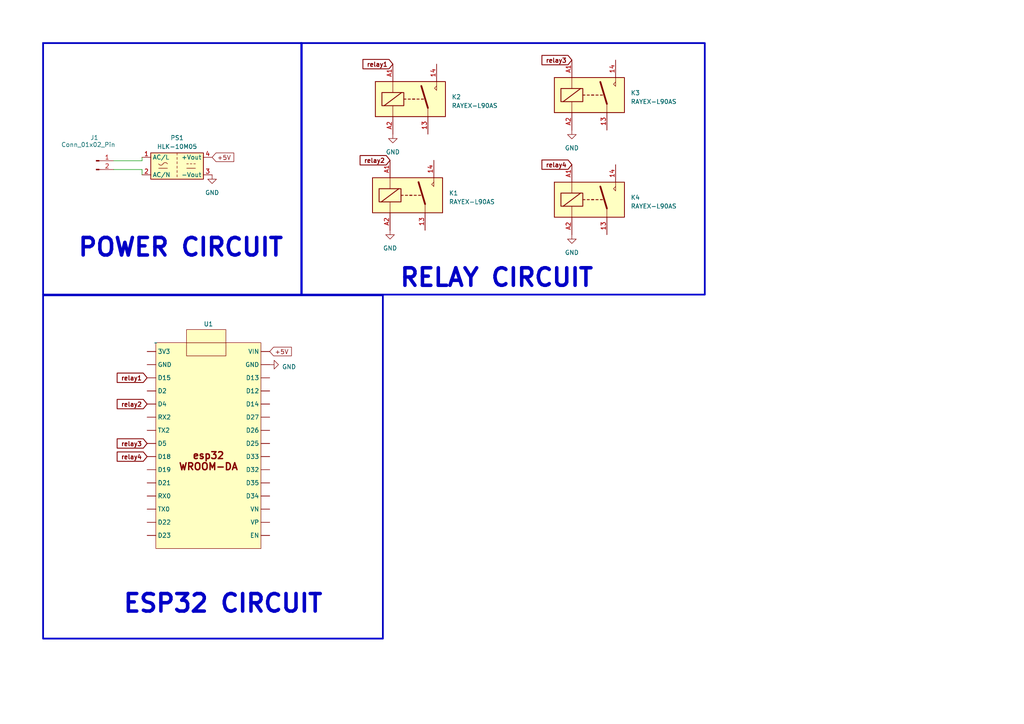
<source format=kicad_sch>
(kicad_sch (version 20230121) (generator eeschema)
  (paper "A4")
  (lib_symbols
    (symbol "Connector:Conn_01x02_Pin" (pin_names (offset 1.016) hide)
      (property "Reference" "J" (at 0 2.54 0))
      (property "Value" "Conn_01x02_Pin" (at 0 -5.08 0))
      (symbol "Conn_01x02_Pin_1_1"
        (polyline (pts (xy 1.27 -2.54) (xy 0.8636 -2.54)) (stroke (width 0.1524)))
        (polyline (pts (xy 1.27 0) (xy 0.8636 0)) (stroke (width 0.1524)))
        (rectangle (start 0.8636 -2.413) (end 0 -2.667) (stroke (width 0.1524)) (fill (type outline)))
        (rectangle (start 0.8636 0.127) (end 0 -0.127) (stroke (width 0.1524)) (fill (type outline)))
        (pin passive line (at 5.08 0 180) (length 3.81) (name "Pin_1") (number "1"))
        (pin passive line (at 5.08 -2.54 180) (length 3.81) (name "Pin_2") (number "2"))
      )
    )
    (symbol "Converter_ACDC:HLK-10M05"
      (property "Reference" "PS" (at 0 5.08 0))
      (property "Value" "HLK-10M05" (at 0 -5.08 0))
      (symbol "HLK-10M05_0_1"
        (rectangle (start -7.62 3.81) (end 7.62 -3.81) (stroke (width 0.254)) (fill (type background)))
        (arc (start -5.334 0.635) (mid -4.699 0.2495) (end -4.064 0.635))
        (arc (start -2.794 0.635) (mid -3.429 1.0072) (end -4.064 0.635))
        (polyline (pts (xy -5.334 -0.635) (xy -2.794 -0.635)))
        (polyline (pts (xy 0 -2.54) (xy 0 -3.175)))
        (polyline (pts (xy 0 -1.27) (xy 0 -1.905)))
        (polyline (pts (xy 0 0) (xy 0 -0.635)))
        (polyline (pts (xy 0 1.27) (xy 0 0.635)))
        (polyline (pts (xy 0 2.54) (xy 0 1.905)))
        (polyline (pts (xy 0 3.81) (xy 0 3.175)))
        (polyline (pts (xy 2.794 -0.635) (xy 5.334 -0.635)))
        (polyline (pts (xy 2.794 0.635) (xy 3.302 0.635)))
        (polyline (pts (xy 3.81 0.635) (xy 4.318 0.635)))
        (polyline (pts (xy 4.826 0.635) (xy 5.334 0.635)))
      )
      (symbol "HLK-10M05_1_1"
        (pin power_in line (at -10.16 2.54 0) (length 2.54) (name "AC/L") (number "1"))
        (pin power_in line (at -10.16 -2.54 0) (length 2.54) (name "AC/N") (number "2"))
        (pin power_out line (at 10.16 -2.54 180) (length 2.54) (name "-Vout") (number "3"))
        (pin power_out line (at 10.16 2.54 180) (length 2.54) (name "+Vout") (number "4"))
      )
    )
    (symbol "Relay:RAYEX-L90AS"
      (property "Reference" "K" (at 11.43 3.81 0))
      (property "Value" "RAYEX-L90AS" (at 11.43 1.27 0))
      (symbol "RAYEX-L90AS_1_0"
        (polyline (pts (xy 7.62 3.81) (xy 7.62 5.08)))
        (polyline (pts (xy 7.62 3.81) (xy 7.62 2.54) (xy 6.985 3.175) (xy 7.62 3.81)))
      )
      (symbol "RAYEX-L90AS_1_1"
        (rectangle (start -10.16 5.08) (end 10.16 -5.08) (stroke (width 0.254)) (fill (type background)))
        (rectangle (start -8.255 1.905) (end -1.905 -1.905) (stroke (width 0.254)))
        (polyline (pts (xy -7.62 -1.905) (xy -2.54 1.905)) (stroke (width 0.254)))
        (polyline (pts (xy -5.08 -5.08) (xy -5.08 -1.905)))
        (polyline (pts (xy -5.08 5.08) (xy -5.08 1.905)))
        (polyline (pts (xy -1.905 0) (xy -1.27 0)) (stroke (width 0.254)))
        (polyline (pts (xy -0.635 0) (xy 0 0)) (stroke (width 0.254)))
        (polyline (pts (xy 0.635 0) (xy 1.27 0)) (stroke (width 0.254)))
        (polyline (pts (xy 0.635 0) (xy 1.27 0)) (stroke (width 0.254)))
        (polyline (pts (xy 1.905 0) (xy 2.54 0)) (stroke (width 0.254)))
        (polyline (pts (xy 3.175 0) (xy 3.81 0)) (stroke (width 0.254)))
        (polyline (pts (xy 5.08 -2.54) (xy 3.175 3.81)) (stroke (width 0.508)))
        (polyline (pts (xy 5.08 -2.54) (xy 5.08 -5.08)))
        (pin passive line (at 5.08 -10.16 90) (length 5.08) (name "~") (number "13"))
        (pin passive line (at 7.62 10.16 270) (length 5.08) (name "~") (number "14"))
        (pin passive line (at -5.08 10.16 270) (length 5.08) (name "~") (number "A1"))
        (pin passive line (at -5.08 -10.16 90) (length 5.08) (name "~") (number "A2"))
      )
    )
    (symbol "esp32:esp32_wroom32_DA"
      (property "Reference" "U" (at 30.48 -58.42 0))
      (symbol "esp32_wroom32_DA_1_1"
        (rectangle (start 0 1.27) (end 30.48 -58.42) (fill (type background)))
        (rectangle (start 10.16 -54.61) (end 21.59 -62.23) (fill (type background)))
        (text "esp32\nWROOM-DA\n" (at 15.24 -24.13 0) (effects (font (size 2 2) bold)))
        (pin input line (at 33.02 -55.88 180) (length 2.54) (name "3V3") (number ""))
        (pin input line (at -2.54 -44.45 0) (length 2.54) (name "D12") (number ""))
        (pin input line (at -2.54 -48.26 0) (length 2.54) (name "D13") (number ""))
        (pin input line (at -2.54 -40.64 0) (length 2.54) (name "D14") (number ""))
        (pin input line (at 33.02 -48.26 180) (length 2.54) (name "D15") (number ""))
        (pin input line (at 33.02 -25.4 180) (length 2.54) (name "D18") (number ""))
        (pin input line (at 33.02 -21.59 180) (length 2.54) (name "D19") (number ""))
        (pin input line (at 33.02 -44.45 180) (length 2.54) (name "D2") (number ""))
        (pin input line (at 33.02 -17.78 180) (length 2.54) (name "D21") (number ""))
        (pin input line (at 33.02 -6.35 180) (length 2.54) (name "D22") (number ""))
        (pin input line (at 33.02 -2.54 180) (length 2.54) (name "D23") (number ""))
        (pin input line (at -2.54 -29.21 0) (length 2.54) (name "D25") (number ""))
        (pin input line (at -2.54 -33.02 0) (length 2.54) (name "D26") (number ""))
        (pin input line (at -2.54 -36.83 0) (length 2.54) (name "D27") (number ""))
        (pin input line (at -2.54 -21.59 0) (length 2.54) (name "D32") (number ""))
        (pin input line (at -2.54 -25.4 0) (length 2.54) (name "D33") (number ""))
        (pin input line (at -2.54 -13.97 0) (length 2.54) (name "D34") (number ""))
        (pin input line (at -2.54 -17.78 0) (length 2.54) (name "D35") (number ""))
        (pin input line (at 33.02 -40.64 180) (length 2.54) (name "D4") (number ""))
        (pin input line (at 33.02 -29.21 180) (length 2.54) (name "D5") (number ""))
        (pin input line (at -2.54 -2.54 0) (length 2.54) (name "EN") (number ""))
        (pin input line (at -2.54 -52.07 0) (length 2.54) (name "GND") (number ""))
        (pin input line (at 33.02 -52.07 180) (length 2.54) (name "GND") (number ""))
        (pin input line (at 33.02 -13.97 180) (length 2.54) (name "RX0") (number ""))
        (pin input line (at 33.02 -36.83 180) (length 2.54) (name "RX2") (number ""))
        (pin input line (at 33.02 -10.16 180) (length 2.54) (name "TX0") (number ""))
        (pin input line (at 33.02 -33.02 180) (length 2.54) (name "TX2") (number ""))
        (pin input line (at -2.54 -55.88 0) (length 2.54) (name "VIN") (number ""))
        (pin input line (at -2.54 -10.16 0) (length 2.54) (name "VN") (number ""))
        (pin input line (at -2.54 -6.35 0) (length 2.54) (name "VP") (number ""))
      )
    )
    (symbol "power:GND" (power) (pin_names (offset 0))
      (property "Value" "GND" (at 0 -3.81 0))
      (symbol "GND_0_1"
        (polyline (pts (xy 0 0) (xy 0 -1.27) (xy 1.27 -1.27) (xy 0 -2.54) (xy -1.27 -1.27) (xy 0 -1.27)))
      )
      (symbol "GND_1_1"
        (pin power_in line (at 0 0 270) (length 0) hide (name "GND") (number "1"))
      )
    )
  )
  (wire (pts (xy 32.9692 49.1744) (xy 41.1988 49.1744)))
  (wire (pts (xy 41.1988 49.1744) (xy 41.1988 50.6984)))
  (wire (pts (xy 41.1988 46.6344) (xy 41.1988 45.6184)))
  (wire (pts (xy 32.9692 46.6344) (xy 41.1988 46.6344)))
  (rectangle (start 12.4968 85.6488) (end 111.0488 185.2168) (stroke (width 0.508)))
  (rectangle (start 12.4968 12.4968) (end 87.5284 85.4456) (stroke (width 0.508)))
  (rectangle (start 87.376 12.4968) (end 204.4192 85.4456) (stroke (width 0.508)))
  (text "POWER CIRCUIT" (at 22.2504 74.8792 0) (effects (font (size 5.08 5.08) (thickness 1.016) bold) (justify left bottom)))
  (text "ESP32 CIRCUIT" (at 35.3568 178.1556 0) (effects (font (size 5.08 5.08) (thickness 1.016) bold) (justify left bottom)))
  (text "RELAY CIRCUIT" (at 115.57 83.6676 0) (effects (font (size 5.08 5.08) (thickness 1.016) bold) (justify left bottom)))
  (global_label "relay3" (shape input) (at 165.862 17.4244 180) (effects (font bold)) (property "Intersheetrefs" "${INTERSHEET_REFS}" (effects hide)))
  (global_label "relay1" (shape input) (at 113.9444 18.5928 180) (effects (font bold)) (property "Intersheetrefs" "${INTERSHEET_REFS}" (effects hide)))
  (global_label "relay3" (shape input) (at 42.672 128.6256 180) (effects (font bold)) (property "Intersheetrefs" "${INTERSHEET_REFS}" (effects hide)))
  (global_label "relay2" (shape input) (at 42.672 117.1956 180) (effects (font bold)) (property "Intersheetrefs" "${INTERSHEET_REFS}" (effects hide)))
  (global_label "+5V" (shape input) (at 61.5188 45.6184 0) (property "Intersheetrefs" "${INTERSHEET_REFS}" (effects hide)))
  (global_label "relay4" (shape input) (at 165.862 47.752 180) (effects (font bold)) (property "Intersheetrefs" "${INTERSHEET_REFS}" (effects hide)))
  (global_label "relay4" (shape input) (at 42.672 132.4356 180) (effects (font bold)) (property "Intersheetrefs" "${INTERSHEET_REFS}" (effects hide)))
  (global_label "relay1" (shape input) (at 42.672 109.5756 180) (effects (font bold)) (property "Intersheetrefs" "${INTERSHEET_REFS}" (effects hide)))
  (global_label "relay2" (shape input) (at 113.1316 46.482 180) (effects (font bold)) (property "Intersheetrefs" "${INTERSHEET_REFS}" (effects hide)))
  (global_label "+5V" (shape input) (at 78.232 101.9556 0) (property "Intersheetrefs" "${INTERSHEET_REFS}" (effects hide)))
  (symbol (lib_id "power:GND") (at 165.862 37.7444 0) (unit 1)
    (property "Reference" "#PWR04" (effects hide))
    (property "Value" "GND" (at 165.862 42.926 0))
  )
  (symbol (lib_id "esp32:esp32_wroom32_DA") (at 75.692 157.8356 180) (unit 1)
    (property "Reference" "U1" (at 60.452 93.98 0))
    (property "Value" "~" (at 45.212 99.4156 0))
  )
  (symbol (lib_id "power:GND") (at 165.862 68.072 0) (unit 1)
    (property "Reference" "#PWR05" (effects hide))
    (property "Value" "GND" (at 165.862 73.2536 0))
  )
  (symbol (lib_id "power:GND") (at 113.9444 38.9128 0) (unit 1)
    (property "Reference" "#PWR02" (effects hide))
    (property "Value" "GND" (at 113.9444 44.0944 0))
  )
  (symbol (lib_id "power:GND") (at 61.5188 50.6984 0) (unit 1)
    (property "Reference" "#PWR01" (effects hide))
    (property "Value" "GND" (at 61.5188 55.88 0))
  )
  (symbol (lib_id "Relay:RAYEX-L90AS") (at 170.942 57.912 0) (unit 1)
    (property "Reference" "K4" (at 182.9308 57.277 0) (effects (justify left)))
    (property "Value" "RAYEX-L90AS" (at 182.9308 59.817 0) (effects (justify left)))
    (property "Footprint" "Relay_THT:Relay_SPST_RAYEX-L90AS" (effects hide))
    (property "Datasheet" "https://a3.sofastcdn.com/attachment/7jioKBjnRiiSrjrjknRiwS77gwbf3zmp/L90-SERIES.pdf" (effects hide))
  )
  (symbol (lib_id "power:GND") (at 78.232 105.7656 90) (unit 1)
    (property "Reference" "#PWR06" (effects hide))
    (property "Value" "GND" (at 81.788 106.4006 90) (effects (justify right)))
  )
  (symbol (lib_id "Relay:RAYEX-L90AS") (at 118.2116 56.642 0) (unit 1)
    (property "Reference" "K1" (at 130.2004 56.007 0) (effects (justify left)))
    (property "Value" "RAYEX-L90AS" (at 130.2004 58.547 0) (effects (justify left)))
    (property "Footprint" "Relay_THT:Relay_SPST_RAYEX-L90AS" (effects hide))
    (property "Datasheet" "https://a3.sofastcdn.com/attachment/7jioKBjnRiiSrjrjknRiwS77gwbf3zmp/L90-SERIES.pdf" (effects hide))
  )
  (symbol (lib_id "power:GND") (at 113.1316 66.802 0) (unit 1)
    (property "Reference" "#PWR03" (effects hide))
    (property "Value" "GND" (at 113.1316 71.9836 0))
  )
  (symbol (lib_id "Relay:RAYEX-L90AS") (at 119.0244 28.7528 0) (unit 1)
    (property "Reference" "K2" (at 131.0132 28.1178 0) (effects (justify left)))
    (property "Value" "RAYEX-L90AS" (at 131.0132 30.6578 0) (effects (justify left)))
    (property "Footprint" "Relay_THT:Relay_SPST_RAYEX-L90AS" (effects hide))
    (property "Datasheet" "https://a3.sofastcdn.com/attachment/7jioKBjnRiiSrjrjknRiwS77gwbf3zmp/L90-SERIES.pdf" (effects hide))
  )
  (symbol (lib_id "Converter_ACDC:HLK-10M05") (at 51.3588 48.1584 0) (unit 1)
    (property "Reference" "PS1" (at 51.3588 39.9796 0))
    (property "Value" "HLK-10M05" (at 51.3588 42.5196 0))
    (property "Footprint" "Converter_ACDC:Converter_ACDC_HiLink_HLK-10Mxx" (effects hide))
    (property "Datasheet" "http://h.hlktech.com/download/ACDC%E7%94%B5%E6%BA%90%E6%A8%A1%E5%9D%9710W%E7%B3%BB%E5%88%97/1/%E6%B5%B7%E5%87%8C%E7%A7%9110W%E7%B3%BB%E5%88%97%E7%94%B5%E6%BA%90%E6%A8%A1%E5%9D%97%E8%A7%84%E6%A0%BC%E4%B9%A6V1.8.pdf" (effects hide))
  )
  (symbol (lib_id "Connector:Conn_01x02_Pin") (at 27.8892 46.6344 0) (unit 1)
    (property "Reference" "J1" (at 27.3812 39.9288 0))
    (property "Value" "Conn_01x02_Pin" (at 25.6032 41.9608 0))
  )
  (symbol (lib_id "Relay:RAYEX-L90AS") (at 170.942 27.5844 0) (unit 1)
    (property "Reference" "K3" (at 182.9308 26.9494 0) (effects (justify left)))
    (property "Value" "RAYEX-L90AS" (at 182.9308 29.4894 0) (effects (justify left)))
    (property "Footprint" "Relay_THT:Relay_SPST_RAYEX-L90AS" (effects hide))
    (property "Datasheet" "https://a3.sofastcdn.com/attachment/7jioKBjnRiiSrjrjknRiwS77gwbf3zmp/L90-SERIES.pdf" (effects hide))
  )
)
</source>
